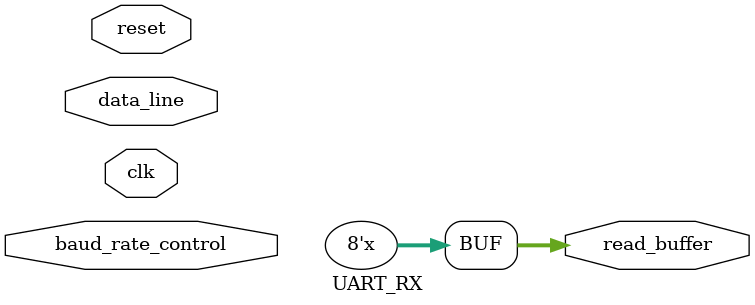
<source format=v>
`include "counter.v"
module UART_RX(
    input wire clk,
    input wire data_line,
    input wire [15:0] baud_rate_control,
    input wire reset,
    output reg [7:0] read_buffer
);

parameter IDEL_STATE = 3'b00;
parameter START_BIT_STATE = 3'b01;
parameter RECV_STATE = 3'b10;
parameter WAITE_STATE  = 3'b11;
parameter END_BIT_STATE  = 3'b100; 

reg [2:0] previous_state;               // (MEMORY ELEMENT) store previous state of the FSM
reg [2:0] state;                        // (MEMORY ELEMENT) store the current state of the FSM
reg [7:0] buffer;                       // (MEMORY ELEMENT) data buffer

reg [2:0] next_state;                   // (NET) next state evaluated by the FSM and to be stored in state
reg valid_data;                         // (NET) data valid flag used to put the read data from the read buffer to the output
reg half_period_counter_enable;         // (NET) enable half_period_counter
reg inc;                                // (NET) enable bit_counter
reg bit_reset;                          // (NET) reset bit_counter
reg reset_half_period_counter;          // (NET) reset half_period_counter

wire [15:0] half_perid_counter_value;   // value of the half period counter
wire half_period_counter_reset;         // reset of the half period counter
wire [15:0] half_period_counter_reset_value; // used to define the half period counter limit
wire half_period_flag;                 // used to determine that the half period counter overflowd

wire bit_res;                          // reset of the bit counter
wire [3:0] buffer_bit_count;           // value of the bit counter


Counter #(16) half_period_counter (.clk(clk),
                                   .load_value(16'h0000),
                                   .value(half_perid_counter_value),
                                   .enable(half_period_counter_enable),
                                   .reset(half_period_counter_reset),
                                   .reset_value(half_period_counter_reset_value));

Counter #(4) bit_counter           (.clk(!clk),
                                    .load_value(4'b0000),
                                    .value(buffer_bit_count),
                                    .enable(!inc),
                                    .reset(bit_res),
                                    .reset_value(4'b1000));


assign half_period_flag = half_perid_counter_value == ((baud_rate_control >> 1) - 1) ? 1 : 0;
assign half_period_counter_reset_value = (baud_rate_control >> 1) - 1;
assign half_period_counter_reset = reset_half_period_counter & reset;
assign bit_res = bit_reset & reset;

always @(posedge clk)begin
    // DEFAULT VALUES
    previous_state <= previous_state;
    state <= next_state;
    inc = 0;
    bit_reset = 1;
    valid_data = 0;
    // AT HALF THE PERIOD UPDATE THE PREVIOUS STATE
    if(half_period_flag) previous_state <= state;
end

always @(valid_data)begin
    // DEFAULT VALUES
    read_buffer <= read_buffer;
    buffer <= buffer;
    // IF DATA VALID FLAG IS HIGH, MOVE THE DATA FROM THE BUFFER TO THE READ BUFFER AND RESET THEE BUFFER
    if(valid_data)begin
        read_buffer <= buffer;
        buffer <= 8'h00;
    end 
end

always @(buffer_bit_count)begin
    buffer[buffer_bit_count - 1] <= data_line;
end 
// *************************** FSM ***********************************************************************************************
//                                     +-----+            | RELATIONS BETWEEN STATES:
//                                     |RECEV|            |-------------------------
//                                     |STATE|            | 1) IDEAL STATE: when the data line is LOW (possible to be a start bit) 
//                                     +--+--+            |    START BIT STATE: wait for the half period and the data line is HIGH
//                                        ^               |                      not low (false start bit) 
//                                        |3              | 2) wait for the half period and the data line is LOW then the start bit
//   +-----+        +-----+               v               |    condition is met and start to receive bits
//   |IDEAL|   1    |START|    2    +-----+----+          | 3) WAIT STATE: wait for half period then go to receive if the number of 
//   |     +<------>+ BIT +-------->+WAIT STATE|          |                 bit is less than 8
//   |STATE|        |STATE|         +-----+----+          |    RECV STATE: sample the bit and go to wait state
//   +--+--+        +-----+               |               | 4) wait for half period then go to end bit if the number of bit is 
//      ^                                 |4              |    equal to 8 
//      |                                 v               | 5) if data line is HIGH (constrain for end bit) then data in buffer is 
//      |                              +--+--+            |    valid
//      |               5              | END |            |-----------------------------------------------------------------------
//      +------------------------------+ BIT |            |STATES
//                                     |STATE|            |------
//                                     +-----+            |1) IDEAL STATE: no start bit occured
//                                                        |2) START BIT STATE: data line is LOW and it might be a start bit
//                                                        |3) WAIT STATE: wait for half of the baud rate period
//                                                        |4) RECV BIT STATE: receive bits from the data line in the buffer
//                                                        |5) END BIT STATE: check for the ending bit
// ********************************************************************************************************************************

always @(data_line or half_period_flag)begin
    // DEFAULT VALUES
    half_period_counter_enable = half_period_counter_enable;
    next_state = next_state;
    inc = inc;
    bit_reset = bit_reset;
    valid_data = valid_data;
    // RX FSM
    casex(state)
        IDEL_STATE: begin
            if(!data_line)begin 
                half_period_counter_enable = 0;
                next_state = START_BIT_STATE;
            end 
        end
        START_BIT_STATE: begin
            if(half_period_flag) begin
                if(!data_line)begin
                    next_state = WAITE_STATE;
                end else begin
                    next_state = IDEL_STATE;
                end 
            end 
        end
        WAITE_STATE: begin
            if(half_period_flag) begin
                casex(previous_state)
                    START_BIT_STATE: next_state = RECV_STATE; 
                    RECV_STATE: begin
                        if(buffer_bit_count == 8)begin
                            next_state = END_BIT_STATE;
                            inc = 0;
                            bit_reset = 0;
                        end else next_state = RECV_STATE;
                    end
                endcase
            end
        end
        RECV_STATE: begin
            if(half_period_flag) begin
                next_state = WAITE_STATE;
                inc = 1;
            end
        end
        END_BIT_STATE: begin
            if(half_period_flag) begin
                next_state = IDEL_STATE;
                if(data_line) valid_data = 1;
                else valid_data = 0;
            end
        end
        default: begin
            next_state = IDEL_STATE;
            inc = 0;
            bit_reset = 1;
            half_period_counter_enable = 1;
            valid_data = 0;
        end 
    endcase
end

always @(negedge reset)begin
    // Reset all MEMORY ELEMENTS
    previous_state <= IDEL_STATE;
    state <= IDEL_STATE;
    buffer <= 8'h00;
    read_buffer <= 8'h00;
    // Reset Combinational Circuit Nets
    reset_half_period_counter = 1'b1;
    inc = 0;
    bit_reset = 1;
    next_state = IDEL_STATE;
    half_period_counter_enable = 1'b1;
    valid_data = 1'b0;
end

endmodule
</source>
